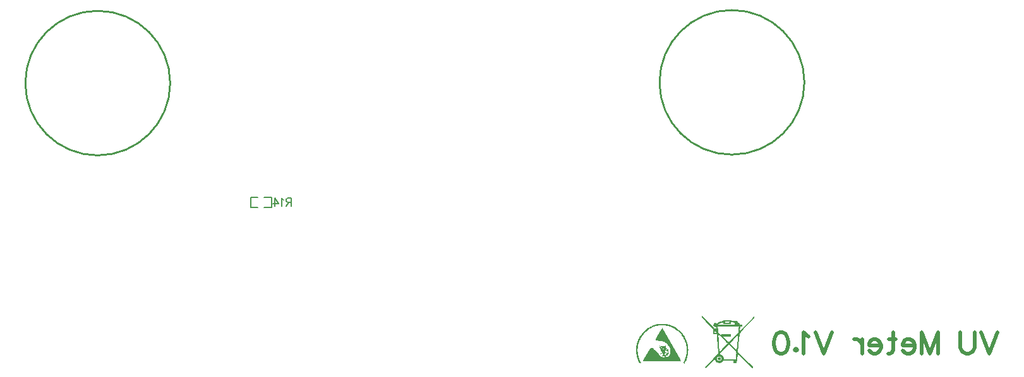
<source format=gbo>
G04 Layer: BottomSilkscreenLayer*
G04 EasyEDA v6.5.23, 2023-06-02 21:13:54*
G04 33ff916c08f040c1a4a9353f5c15a4ee,b642c611f69d48ac97ba22acea37c14c,10*
G04 Gerber Generator version 0.2*
G04 Scale: 100 percent, Rotated: No, Reflected: No *
G04 Dimensions in millimeters *
G04 leading zeros omitted , absolute positions ,4 integer and 5 decimal *
%FSLAX45Y45*%
%MOMM*%

%ADD10C,0.5030*%
%ADD11C,0.1524*%
%ADD12C,0.2500*%

%LPD*%
G36*
X12850012Y8663279D02*
G01*
X12850063Y8646109D01*
X12850469Y8642553D01*
X12851384Y8639352D01*
X12852958Y8636152D01*
X12855498Y8632596D01*
X12859105Y8628430D01*
X12895529Y8591804D01*
X12997738Y8489950D01*
X12997738Y8438743D01*
X13018871Y8438743D01*
X13018922Y8458860D01*
X13019379Y8466582D01*
X13019735Y8467699D01*
X13024510Y8464143D01*
X13032384Y8456066D01*
X13039750Y8447481D01*
X13043001Y8442248D01*
X13042138Y8440775D01*
X13039750Y8439658D01*
X13035940Y8438997D01*
X13030911Y8438743D01*
X12997738Y8438743D01*
X12997738Y8418474D01*
X13045643Y8418474D01*
X13045981Y8415731D01*
X13067944Y8415731D01*
X13068046Y8417407D01*
X13070078Y8415883D01*
X13083235Y8403691D01*
X13104876Y8382863D01*
X13130682Y8357514D01*
X13167969Y8320430D01*
X13185546Y8302447D01*
X13190575Y8297011D01*
X13192353Y8294776D01*
X13191638Y8293506D01*
X13221716Y8293506D01*
X13223189Y8295843D01*
X13227761Y8301329D01*
X13244423Y8319719D01*
X13267994Y8344763D01*
X13323417Y8402015D01*
X13331698Y8410143D01*
X13328345Y8377224D01*
X13316915Y8252002D01*
X13313156Y8215223D01*
X13312597Y8211820D01*
X13312089Y8210296D01*
X13311378Y8209381D01*
X13310209Y8209178D01*
X13308482Y8209838D01*
X13305993Y8211464D01*
X13302640Y8214156D01*
X13292632Y8223300D01*
X13260984Y8253933D01*
X13235381Y8279231D01*
X13223544Y8291372D01*
X13221716Y8293506D01*
X13191638Y8293506D01*
X13187832Y8288934D01*
X13170611Y8270494D01*
X13146074Y8245246D01*
X13113918Y8213039D01*
X13094157Y8194040D01*
X13088315Y8188807D01*
X13086689Y8187588D01*
X13086080Y8187436D01*
X13079069Y8267903D01*
X13072567Y8347405D01*
X13068757Y8399830D01*
X13067944Y8415731D01*
X13045981Y8415731D01*
X13047522Y8402828D01*
X13049859Y8377377D01*
X13059765Y8257133D01*
X13065404Y8194903D01*
X13066928Y8175294D01*
X13067131Y8170316D01*
X13066369Y8168233D01*
X13064083Y8164728D01*
X13060222Y8159699D01*
X13052894Y8151063D01*
X13088162Y8151063D01*
X13089178Y8154517D01*
X13091160Y8158632D01*
X13094106Y8163255D01*
X13097916Y8168233D01*
X13111022Y8182102D01*
X13207441Y8281873D01*
X13286587Y8202726D01*
X13294156Y8194649D01*
X13299897Y8187690D01*
X13302081Y8184489D01*
X13303910Y8181340D01*
X13305383Y8178241D01*
X13306501Y8175091D01*
X13307313Y8171789D01*
X13307872Y8168335D01*
X13308228Y8160664D01*
X13307771Y8151469D01*
X13301014Y8080908D01*
X13143382Y8079384D01*
X13141299Y8094319D01*
X13139826Y8101584D01*
X13137438Y8108645D01*
X13134238Y8115300D01*
X13130276Y8121548D01*
X13125653Y8127238D01*
X13120420Y8132318D01*
X13114680Y8136585D01*
X13108482Y8140039D01*
X13098221Y8144306D01*
X13094258Y8145627D01*
X13089432Y8146694D01*
X13088264Y8148421D01*
X13088162Y8151063D01*
X13052894Y8151063D01*
X13038480Y8135010D01*
X13014960Y8109966D01*
X12995075Y8089138D01*
X13052044Y8089138D01*
X13052399Y8096046D01*
X13053771Y8101126D01*
X13056565Y8105292D01*
X13061340Y8109610D01*
X13066064Y8112861D01*
X13071043Y8115147D01*
X13076224Y8116570D01*
X13081406Y8117179D01*
X13086588Y8116925D01*
X13091515Y8115909D01*
X13096189Y8114131D01*
X13100405Y8111693D01*
X13104164Y8108492D01*
X13107263Y8104682D01*
X13109600Y8100263D01*
X13111124Y8095234D01*
X13111734Y8089900D01*
X13111480Y8084870D01*
X13110413Y8080146D01*
X13108686Y8075777D01*
X13106298Y8071815D01*
X13103352Y8068309D01*
X13099948Y8065312D01*
X13096138Y8062874D01*
X13092023Y8060944D01*
X13087654Y8059724D01*
X13083133Y8059115D01*
X13078510Y8059216D01*
X13073938Y8060080D01*
X13069366Y8061756D01*
X13064998Y8064246D01*
X13060883Y8067649D01*
X13056463Y8072424D01*
X13053771Y8076996D01*
X13052399Y8082280D01*
X13052044Y8089138D01*
X12995075Y8089138D01*
X12885978Y7976209D01*
X12900304Y7963357D01*
X13020090Y8088020D01*
X13023443Y8075320D01*
X13025272Y8069325D01*
X13027304Y8063941D01*
X13029742Y8059115D01*
X13032536Y8054746D01*
X13035788Y8050733D01*
X13039598Y8046974D01*
X13044017Y8043418D01*
X13049046Y8040014D01*
X13053568Y8037372D01*
X13058292Y8035239D01*
X13063067Y8033461D01*
X13067995Y8032191D01*
X13073024Y8031327D01*
X13078053Y8030870D01*
X13083082Y8030870D01*
X13088112Y8031225D01*
X13093141Y8032038D01*
X13098068Y8033308D01*
X13102945Y8034934D01*
X13107669Y8036966D01*
X13112292Y8039404D01*
X13116712Y8042249D01*
X13120928Y8045500D01*
X13124942Y8049158D01*
X13135051Y8059115D01*
X13272007Y8059166D01*
X13273836Y8031632D01*
X13313054Y8031632D01*
X13314426Y8048193D01*
X13315289Y8053120D01*
X13316305Y8057489D01*
X13318134Y8063230D01*
X13320013Y8073796D01*
X13322096Y8089290D01*
X13324027Y8107222D01*
X13325601Y8125002D01*
X13326516Y8139988D01*
X13326872Y8150352D01*
X13327380Y8154162D01*
X13328142Y8156752D01*
X13329107Y8157718D01*
X13332053Y8155686D01*
X13338352Y8150250D01*
X13346988Y8142173D01*
X13424814Y8065058D01*
X13527074Y7963306D01*
X13534440Y7972704D01*
X13536015Y7975193D01*
X13536930Y7977276D01*
X13537082Y7978546D01*
X13530884Y7985201D01*
X13483386Y8033054D01*
X13374776Y8141106D01*
X13330732Y8185200D01*
X13347446Y8362391D01*
X13351103Y8405977D01*
X13352018Y8412124D01*
X13353186Y8417814D01*
X13354761Y8423198D01*
X13356844Y8428431D01*
X13359587Y8433765D01*
X13362990Y8439302D01*
X13367257Y8445195D01*
X13372490Y8451697D01*
X13386206Y8467090D01*
X13405002Y8486800D01*
X13549985Y8636762D01*
X13549985Y8663228D01*
X13521385Y8633256D01*
X13382599Y8489797D01*
X13356386Y8463381D01*
X13363448Y8522766D01*
X13375233Y8522766D01*
X13381888Y8522970D01*
X13385393Y8524138D01*
X13386765Y8527186D01*
X13387019Y8532926D01*
X13386765Y8538667D01*
X13385393Y8541664D01*
X13381837Y8542832D01*
X13368680Y8543340D01*
X13364413Y8544560D01*
X13361314Y8547049D01*
X13356183Y8554974D01*
X13352729Y8559139D01*
X13348614Y8563559D01*
X13344144Y8567877D01*
X13339622Y8571738D01*
X13335507Y8574887D01*
X13332002Y8577021D01*
X13328446Y8578392D01*
X13327532Y8579916D01*
X13326872Y8582253D01*
X13326262Y8589060D01*
X13324332Y8591245D01*
X13319556Y8592108D01*
X13304926Y8592362D01*
X13290600Y8593328D01*
X13274801Y8594902D01*
X13259612Y8596884D01*
X13247319Y8598966D01*
X13242950Y8599932D01*
X13240156Y8600846D01*
X13239140Y8601608D01*
X13238073Y8602065D01*
X13235076Y8602522D01*
X13224052Y8603234D01*
X13207746Y8603691D01*
X13187832Y8603894D01*
X13162940Y8603742D01*
X13147141Y8603132D01*
X13142213Y8602624D01*
X13138912Y8601964D01*
X13137083Y8601151D01*
X13135203Y8598306D01*
X13131495Y8596376D01*
X13125602Y8594445D01*
X13111937Y8591397D01*
X13100100Y8588451D01*
X13088721Y8584946D01*
X13077242Y8580729D01*
X13154660Y8580729D01*
X13155422Y8583930D01*
X13159384Y8585657D01*
X13168884Y8586368D01*
X13186308Y8586520D01*
X13203783Y8586368D01*
X13213283Y8585657D01*
X13217245Y8583930D01*
X13218007Y8580729D01*
X13217245Y8577529D01*
X13213283Y8575802D01*
X13203783Y8575040D01*
X13168884Y8575040D01*
X13159384Y8575802D01*
X13155422Y8577529D01*
X13154660Y8580729D01*
X13077242Y8580729D01*
X13068503Y8576919D01*
X13060070Y8572500D01*
X13050215Y8566556D01*
X13045643Y8564829D01*
X13041528Y8564778D01*
X13031978Y8567775D01*
X13027202Y8568436D01*
X13022478Y8568232D01*
X13017957Y8567318D01*
X13013740Y8565692D01*
X13009829Y8563305D01*
X13006425Y8560257D01*
X13003530Y8556548D01*
X12999212Y8547862D01*
X12998536Y8543036D01*
X13057124Y8543036D01*
X13062915Y8549132D01*
X13066217Y8552230D01*
X13070281Y8555228D01*
X13075056Y8558123D01*
X13080492Y8560866D01*
X13086588Y8563457D01*
X13093293Y8565946D01*
X13100608Y8568232D01*
X13117118Y8572449D01*
X13123824Y8573871D01*
X13128751Y8574582D01*
X13132206Y8574532D01*
X13134492Y8573719D01*
X13135813Y8572093D01*
X13136372Y8569604D01*
X13136524Y8557514D01*
X13239140Y8557514D01*
X13239140Y8569147D01*
X13239343Y8573617D01*
X13239800Y8577224D01*
X13240512Y8579612D01*
X13241426Y8580374D01*
X13263422Y8577072D01*
X13277646Y8574633D01*
X13282371Y8573516D01*
X13285774Y8572246D01*
X13288060Y8570823D01*
X13289483Y8569096D01*
X13290245Y8567013D01*
X13290499Y8564473D01*
X13290448Y8550300D01*
X13326668Y8550300D01*
X13326872Y8555228D01*
X13327786Y8557107D01*
X13329919Y8556040D01*
X13333730Y8552230D01*
X13337387Y8547862D01*
X13338403Y8545017D01*
X13336879Y8543493D01*
X13332713Y8543036D01*
X13329869Y8543442D01*
X13328040Y8544661D01*
X13326973Y8546896D01*
X13326668Y8550300D01*
X13290448Y8550300D01*
X13290448Y8543036D01*
X12998536Y8543036D01*
X12998145Y8540242D01*
X13000431Y8532977D01*
X13006120Y8525408D01*
X13008917Y8522766D01*
X13341756Y8522766D01*
X13341400Y8510778D01*
X13339775Y8491321D01*
X13334187Y8439658D01*
X13207441Y8308594D01*
X13163042Y8351062D01*
X13149834Y8364016D01*
X13139877Y8374176D01*
X13134289Y8380323D01*
X13133527Y8381492D01*
X13134594Y8381898D01*
X13137692Y8382355D01*
X13149021Y8383016D01*
X13165836Y8383524D01*
X13239140Y8383676D01*
X13239140Y8421370D01*
X13112394Y8421370D01*
X13112394Y8402675D01*
X13070128Y8442909D01*
X13070128Y8466886D01*
X13069925Y8478469D01*
X13069265Y8485835D01*
X13067995Y8489746D01*
X13062762Y8492490D01*
X13060273Y8496960D01*
X13058698Y8504021D01*
X13058140Y8513368D01*
X13058089Y8522766D01*
X13008917Y8522766D01*
X13010692Y8521090D01*
X13015061Y8518296D01*
X13019786Y8516823D01*
X13032536Y8515553D01*
X13036956Y8512606D01*
X13039242Y8506764D01*
X13039953Y8497417D01*
X13039598Y8494166D01*
X13038277Y8492185D01*
X13035635Y8491169D01*
X13030708Y8490915D01*
X13029031Y8491270D01*
X13024662Y8493506D01*
X13018058Y8498382D01*
X13008406Y8506764D01*
X12994741Y8519515D01*
X12976199Y8537448D01*
X12920980Y8592159D01*
G37*
G36*
X13080136Y8108238D02*
G01*
X13074345Y8106867D01*
X13069163Y8104022D01*
X13064947Y8099806D01*
X13062102Y8094472D01*
X13061086Y8088172D01*
X13062762Y8080298D01*
X13067284Y8073847D01*
X13073989Y8069478D01*
X13082117Y8067852D01*
X13088518Y8068818D01*
X13093954Y8071408D01*
X13098221Y8075269D01*
X13101218Y8080146D01*
X13102742Y8085581D01*
X13102691Y8091271D01*
X13100913Y8096910D01*
X13097205Y8102092D01*
X13091972Y8106003D01*
X13086181Y8108035D01*
G37*
G36*
X12325959Y8557158D02*
G01*
X12290602Y8556701D01*
X12277090Y8556193D01*
X12266218Y8555431D01*
X12256770Y8554212D01*
X12247575Y8552535D01*
X12237415Y8550198D01*
X12224918Y8546896D01*
X12212574Y8543188D01*
X12200432Y8539073D01*
X12188545Y8534552D01*
X12176810Y8529624D01*
X12165330Y8524290D01*
X12154103Y8518601D01*
X12143079Y8512505D01*
X12132310Y8506002D01*
X12121794Y8499195D01*
X12111532Y8491982D01*
X12101525Y8484412D01*
X12091822Y8476538D01*
X12082424Y8468258D01*
X12073280Y8459673D01*
X12064441Y8450783D01*
X12055906Y8441537D01*
X12047728Y8431936D01*
X12039854Y8422081D01*
X12032284Y8411921D01*
X12025122Y8401405D01*
X12018264Y8390636D01*
X12011761Y8379561D01*
X12005614Y8368233D01*
X11999823Y8356650D01*
X11994540Y8345170D01*
X11989663Y8333740D01*
X11985294Y8322411D01*
X11981383Y8311032D01*
X11977878Y8299653D01*
X11974830Y8288223D01*
X11972188Y8276742D01*
X11970004Y8265159D01*
X11968226Y8253374D01*
X11966854Y8241487D01*
X11965889Y8229396D01*
X11965279Y8217103D01*
X11965127Y8204504D01*
X11965330Y8191804D01*
X11965990Y8179206D01*
X11967108Y8166760D01*
X11968683Y8154314D01*
X11970715Y8141970D01*
X11973204Y8129625D01*
X11976201Y8117281D01*
X11979605Y8104886D01*
X11983567Y8092440D01*
X11987936Y8079943D01*
X11991086Y8071967D01*
X11994896Y8063280D01*
X12003328Y8045856D01*
X12007392Y8038236D01*
X12010948Y8032140D01*
X12013692Y8028025D01*
X12015368Y8026552D01*
X12016689Y8026857D01*
X12021159Y8028990D01*
X12030913Y8034934D01*
X12027916Y8042452D01*
X12014403Y8071866D01*
X12009628Y8083194D01*
X12005411Y8094065D01*
X12001754Y8104784D01*
X11998502Y8115503D01*
X11995708Y8126374D01*
X11993219Y8137702D01*
X11990984Y8149590D01*
X11989104Y8162442D01*
X11987682Y8175447D01*
X11986869Y8188655D01*
X11986514Y8201964D01*
X11986717Y8215325D01*
X11987428Y8228685D01*
X11988698Y8242046D01*
X11990425Y8255355D01*
X11992660Y8268563D01*
X11995404Y8281619D01*
X11998655Y8294471D01*
X12002363Y8307120D01*
X12006580Y8319566D01*
X12011304Y8331657D01*
X12016079Y8342579D01*
X12021261Y8353348D01*
X12026798Y8363915D01*
X12032742Y8374278D01*
X12039041Y8384387D01*
X12045696Y8394344D01*
X12052706Y8403996D01*
X12060021Y8413445D01*
X12067641Y8422640D01*
X12075617Y8431530D01*
X12083846Y8440166D01*
X12092381Y8448497D01*
X12101118Y8456472D01*
X12110161Y8464194D01*
X12119457Y8471560D01*
X12128957Y8478570D01*
X12138710Y8485225D01*
X12148616Y8491524D01*
X12158726Y8497468D01*
X12169038Y8503005D01*
X12179503Y8508136D01*
X12190120Y8512860D01*
X12200890Y8517128D01*
X12211812Y8520988D01*
X12222683Y8524341D01*
X12233960Y8527288D01*
X12245594Y8529878D01*
X12257532Y8532063D01*
X12269622Y8533892D01*
X12281916Y8535314D01*
X12294209Y8536330D01*
X12306554Y8536940D01*
X12318796Y8537143D01*
X12330887Y8536940D01*
X12342774Y8536279D01*
X12354356Y8535212D01*
X12365583Y8533739D01*
X12376353Y8531860D01*
X12388951Y8529066D01*
X12401346Y8525865D01*
X12413538Y8522208D01*
X12425426Y8518194D01*
X12437110Y8513775D01*
X12448590Y8509000D01*
X12459766Y8503767D01*
X12470688Y8498230D01*
X12481306Y8492286D01*
X12491720Y8485936D01*
X12501829Y8479282D01*
X12511633Y8472271D01*
X12521133Y8464905D01*
X12530378Y8457184D01*
X12539268Y8449106D01*
X12547854Y8440724D01*
X12556134Y8432038D01*
X12564110Y8423046D01*
X12571730Y8413699D01*
X12579045Y8404098D01*
X12586004Y8394192D01*
X12592558Y8383981D01*
X12598806Y8373465D01*
X12604699Y8362696D01*
X12610185Y8351672D01*
X12615316Y8340394D01*
X12620091Y8328812D01*
X12624460Y8317026D01*
X12628422Y8304936D01*
X12631978Y8292642D01*
X12635128Y8280146D01*
X12637922Y8267395D01*
X12639497Y8257540D01*
X12640716Y8246059D01*
X12641580Y8233308D01*
X12642088Y8219694D01*
X12642291Y8205724D01*
X12642088Y8191703D01*
X12641580Y8178139D01*
X12640716Y8165338D01*
X12639497Y8153857D01*
X12637922Y8144002D01*
X12635382Y8132470D01*
X12632334Y8120532D01*
X12628829Y8108442D01*
X12624917Y8096402D01*
X12620752Y8084667D01*
X12616332Y8073440D01*
X12611811Y8063026D01*
X12607239Y8053578D01*
X12596774Y8033461D01*
X12608052Y8024977D01*
X12610846Y8023199D01*
X12612878Y8022183D01*
X12613843Y8022081D01*
X12616535Y8026603D01*
X12621412Y8036102D01*
X12633655Y8061858D01*
X12639090Y8074050D01*
X12642850Y8083042D01*
X12646101Y8092389D01*
X12649200Y8102701D01*
X12652197Y8113877D01*
X12654940Y8125612D01*
X12657429Y8137702D01*
X12659614Y8149894D01*
X12661392Y8161985D01*
X12662814Y8173720D01*
X12663779Y8185708D01*
X12664338Y8197697D01*
X12664490Y8209737D01*
X12664186Y8221725D01*
X12663424Y8233714D01*
X12662255Y8245652D01*
X12660680Y8257641D01*
X12658648Y8269579D01*
X12656159Y8281466D01*
X12653314Y8293353D01*
X12650012Y8305139D01*
X12646304Y8316925D01*
X12642138Y8328659D01*
X12637617Y8340293D01*
X12632639Y8351875D01*
X12627254Y8363407D01*
X12621463Y8374837D01*
X12615214Y8386165D01*
X12608610Y8397443D01*
X12601600Y8408568D01*
X12595504Y8417306D01*
X12588646Y8426246D01*
X12581026Y8435340D01*
X12572695Y8444433D01*
X12563856Y8453526D01*
X12554508Y8462518D01*
X12544755Y8471306D01*
X12534747Y8479840D01*
X12524435Y8488019D01*
X12514072Y8495792D01*
X12503607Y8503107D01*
X12493244Y8509812D01*
X12482931Y8515908D01*
X12472924Y8521293D01*
X12463119Y8525916D01*
X12452604Y8530437D01*
X12441478Y8534806D01*
X12429947Y8538972D01*
X12418110Y8542832D01*
X12406172Y8546388D01*
X12394234Y8549640D01*
X12382500Y8552434D01*
X12371070Y8554770D01*
X12360097Y8556599D01*
X12353798Y8556955D01*
G37*
G36*
X12316460Y8503208D02*
G01*
X12314478Y8503005D01*
X12312345Y8500770D01*
X12311684Y8499652D01*
X12310567Y8496554D01*
X12304420Y8485022D01*
X12247067Y8385911D01*
X12225934Y8350046D01*
X12220803Y8342223D01*
X12240260Y8335060D01*
X12244273Y8334044D01*
X12250724Y8332774D01*
X12280036Y8328507D01*
X12295124Y8325561D01*
X12311481Y8321903D01*
X12327636Y8317890D01*
X12342114Y8313978D01*
X12353493Y8310422D01*
X12357557Y8308949D01*
X12360351Y8307679D01*
X12361621Y8306765D01*
X12361214Y8306155D01*
X12359640Y8305393D01*
X12359182Y8304428D01*
X12359944Y8302955D01*
X12361976Y8300770D01*
X12364110Y8298942D01*
X12365939Y8298078D01*
X12367615Y8298180D01*
X12369342Y8299196D01*
X12371324Y8299907D01*
X12373864Y8298688D01*
X12377318Y8295284D01*
X12382195Y8289340D01*
X12392202Y8275980D01*
X12401854Y8262213D01*
X12410490Y8249056D01*
X12417399Y8237626D01*
X12421920Y8228990D01*
X12423140Y8225993D01*
X12423444Y8224113D01*
X12423495Y8222030D01*
X12423952Y8220303D01*
X12424664Y8219186D01*
X12426594Y8218474D01*
X12426797Y8217712D01*
X12426289Y8216493D01*
X12423648Y8212886D01*
X12423140Y8211515D01*
X12423495Y8210550D01*
X12424664Y8209889D01*
X12425629Y8208314D01*
X12426188Y8204708D01*
X12426340Y8199475D01*
X12425680Y8185759D01*
X12424003Y8170519D01*
X12421666Y8157057D01*
X12420396Y8152079D01*
X12419076Y8148777D01*
X12417806Y8147558D01*
X12417044Y8147202D01*
X12416637Y8146237D01*
X12416586Y8144865D01*
X12416942Y8143087D01*
X12416942Y8140395D01*
X12415012Y8136991D01*
X12410948Y8132470D01*
X12404344Y8126475D01*
X12394996Y8118754D01*
X12389205Y8115147D01*
X12385903Y8115249D01*
X12383973Y8118703D01*
X12383668Y8122666D01*
X12384633Y8128101D01*
X12386513Y8134350D01*
X12389002Y8140903D01*
X12391948Y8147050D01*
X12395047Y8152180D01*
X12397943Y8155736D01*
X12403124Y8158225D01*
X12403886Y8161070D01*
X12402820Y8164575D01*
X12400026Y8167725D01*
X12398298Y8170113D01*
X12396825Y8174126D01*
X12395708Y8179308D01*
X12394946Y8185048D01*
X12394590Y8190839D01*
X12394692Y8196072D01*
X12395352Y8200237D01*
X12396571Y8202777D01*
X12398400Y8205470D01*
X12399162Y8208365D01*
X12398908Y8210600D01*
X12397486Y8211362D01*
X12394234Y8211159D01*
X12391796Y8211769D01*
X12390272Y8213140D01*
X12389408Y8216595D01*
X12388443Y8217712D01*
X12387021Y8218474D01*
X12385294Y8218728D01*
X12381992Y8219948D01*
X12378131Y8223148D01*
X12373965Y8227872D01*
X12369952Y8233460D01*
X12366396Y8239506D01*
X12363653Y8245398D01*
X12362078Y8250580D01*
X12362027Y8254492D01*
X12362230Y8256524D01*
X12361875Y8258860D01*
X12361113Y8261146D01*
X12359944Y8263128D01*
X12358116Y8265363D01*
X12357150Y8266023D01*
X12356744Y8265058D01*
X12356642Y8262416D01*
X12356236Y8259825D01*
X12354915Y8258352D01*
X12352121Y8257794D01*
X12347397Y8257895D01*
X12343028Y8258556D01*
X12338050Y8259876D01*
X12332919Y8261756D01*
X12321997Y8266887D01*
X12317577Y8267750D01*
X12316053Y8266531D01*
X12318136Y8263331D01*
X12320371Y8260537D01*
X12320422Y8258149D01*
X12318034Y8255558D01*
X12315532Y8253882D01*
X12332817Y8253882D01*
X12350750Y8251952D01*
X12354204Y8251037D01*
X12356033Y8249615D01*
X12357100Y8244789D01*
X12358573Y8241131D01*
X12360859Y8236864D01*
X12363754Y8232241D01*
X12367056Y8227517D01*
X12370612Y8223046D01*
X12374270Y8218982D01*
X12382042Y8211616D01*
X12384633Y8207298D01*
X12386259Y8200999D01*
X12388443Y8183880D01*
X12390272Y8171942D01*
X12390983Y8168792D01*
X12390983Y8165795D01*
X12389916Y8160918D01*
X12387935Y8154720D01*
X12382347Y8140801D01*
X12380010Y8133791D01*
X12378486Y8127644D01*
X12377623Y8119668D01*
X12376810Y8116366D01*
X12375591Y8113623D01*
X12374067Y8111744D01*
X12371984Y8110270D01*
X12370358Y8109966D01*
X12368834Y8110880D01*
X12366955Y8113115D01*
X12365685Y8115249D01*
X12364618Y8117738D01*
X12363958Y8120278D01*
X12363704Y8122513D01*
X12365431Y8129676D01*
X12369495Y8139226D01*
X12374168Y8147659D01*
X12377724Y8151418D01*
X12383058Y8152028D01*
X12383770Y8152536D01*
X12383566Y8153806D01*
X12382500Y8155584D01*
X12380671Y8157819D01*
X12378588Y8160969D01*
X12376962Y8165185D01*
X12375896Y8170164D01*
X12375388Y8175548D01*
X12375438Y8180984D01*
X12376048Y8186166D01*
X12377267Y8190687D01*
X12379096Y8194344D01*
X12380874Y8197240D01*
X12381128Y8199374D01*
X12379502Y8201507D01*
X12375743Y8204352D01*
X12372797Y8206943D01*
X12369495Y8210550D01*
X12366193Y8214868D01*
X12362992Y8219541D01*
X12360148Y8224215D01*
X12357862Y8228634D01*
X12356338Y8232444D01*
X12355220Y8238896D01*
X12353340Y8241944D01*
X12350648Y8244078D01*
X12345416Y8245297D01*
X12342876Y8246313D01*
X12340183Y8247786D01*
X12335357Y8251393D01*
X12332817Y8253628D01*
X12332817Y8253882D01*
X12315532Y8253882D01*
X12308892Y8249767D01*
X12320981Y8249767D01*
X12321235Y8250631D01*
X12321997Y8251342D01*
X12323114Y8251799D01*
X12324537Y8251952D01*
X12325908Y8251799D01*
X12327026Y8251393D01*
X12327788Y8250783D01*
X12328550Y8249005D01*
X12329820Y8247684D01*
X12331750Y8246211D01*
X12336576Y8243316D01*
X12337897Y8241995D01*
X12338100Y8240826D01*
X12337135Y8239861D01*
X12333325Y8240064D01*
X12327890Y8242706D01*
X12323064Y8246364D01*
X12320981Y8249767D01*
X12308892Y8249767D01*
X12307163Y8248751D01*
X12303912Y8247481D01*
X12302896Y8248294D01*
X12304115Y8253069D01*
X12303607Y8254034D01*
X12301829Y8254085D01*
X12285218Y8250428D01*
X12280188Y8248497D01*
X12277394Y8245500D01*
X12277156Y8242604D01*
X12282982Y8242604D01*
X12283287Y8243468D01*
X12283998Y8244179D01*
X12285116Y8244687D01*
X12286488Y8244840D01*
X12287808Y8244586D01*
X12288621Y8243874D01*
X12288926Y8242757D01*
X12288621Y8241284D01*
X12288223Y8240775D01*
X12293447Y8240775D01*
X12293803Y8241385D01*
X12295022Y8241182D01*
X12299848Y8239048D01*
X12302185Y8238845D01*
X12304572Y8239556D01*
X12311684Y8243773D01*
X12315190Y8244636D01*
X12318136Y8243824D01*
X12320981Y8241284D01*
X12322251Y8239506D01*
X12322403Y8238388D01*
X12321235Y8237880D01*
X12316815Y8237524D01*
X12315494Y8237016D01*
X12314885Y8236305D01*
X12315240Y8233765D01*
X12313259Y8233105D01*
X12308992Y8233308D01*
X12302439Y8234425D01*
X12299492Y8235289D01*
X12296902Y8236458D01*
X12294920Y8237829D01*
X12293854Y8239252D01*
X12293447Y8240775D01*
X12288223Y8240775D01*
X12287148Y8239404D01*
X12285268Y8239099D01*
X12283643Y8240217D01*
X12282982Y8242604D01*
X12277156Y8242604D01*
X12277090Y8241792D01*
X12281509Y8234425D01*
X12283626Y8230260D01*
X12322708Y8230260D01*
X12323013Y8232241D01*
X12323622Y8233714D01*
X12324537Y8234476D01*
X12327737Y8234425D01*
X12330876Y8232190D01*
X12340844Y8232190D01*
X12341199Y8233968D01*
X12342418Y8235188D01*
X12344603Y8236051D01*
X12346686Y8236356D01*
X12348210Y8236102D01*
X12349124Y8235289D01*
X12349429Y8233918D01*
X12351613Y8227669D01*
X12356693Y8217763D01*
X12362637Y8208009D01*
X12367361Y8202066D01*
X12368936Y8199577D01*
X12370003Y8195005D01*
X12370612Y8187791D01*
X12370765Y8177479D01*
X12370612Y8164982D01*
X12369596Y8156854D01*
X12367056Y8150199D01*
X12362230Y8142071D01*
X12357862Y8135366D01*
X12354712Y8131606D01*
X12352375Y8130336D01*
X12350394Y8131149D01*
X12348210Y8134197D01*
X12347244Y8138363D01*
X12347346Y8143189D01*
X12348413Y8148269D01*
X12350343Y8153196D01*
X12352934Y8157514D01*
X12356134Y8160867D01*
X12359792Y8162696D01*
X12362434Y8163509D01*
X12363348Y8164474D01*
X12362637Y8165998D01*
X12360249Y8168741D01*
X12358166Y8171637D01*
X12357049Y8175091D01*
X12356744Y8179663D01*
X12357150Y8185962D01*
X12357811Y8190839D01*
X12358776Y8195005D01*
X12359843Y8197951D01*
X12361011Y8199272D01*
X12363246Y8200694D01*
X12363348Y8202675D01*
X12361316Y8204911D01*
X12357252Y8207349D01*
X12352528Y8210753D01*
X12348006Y8215934D01*
X12344146Y8222488D01*
X12341301Y8229752D01*
X12340844Y8232190D01*
X12330876Y8232190D01*
X12334646Y8227161D01*
X12340894Y8214969D01*
X12343434Y8210600D01*
X12345720Y8207146D01*
X12347600Y8205063D01*
X12349327Y8202117D01*
X12350445Y8197138D01*
X12350953Y8190738D01*
X12350902Y8183473D01*
X12350292Y8175955D01*
X12349175Y8168741D01*
X12347498Y8162442D01*
X12345416Y8157667D01*
X12343434Y8154771D01*
X12341606Y8152688D01*
X12340132Y8151520D01*
X12339116Y8151520D01*
X12337694Y8155482D01*
X12337694Y8161578D01*
X12338913Y8167827D01*
X12341148Y8172145D01*
X12343638Y8175345D01*
X12344400Y8176818D01*
X12344704Y8177987D01*
X12344400Y8179003D01*
X12343638Y8180019D01*
X12342520Y8180933D01*
X12341148Y8181644D01*
X12338659Y8185505D01*
X12337542Y8192465D01*
X12337897Y8199170D01*
X12339929Y8202117D01*
X12342012Y8202726D01*
X12342114Y8204200D01*
X12340437Y8206130D01*
X12337135Y8208111D01*
X12332208Y8211464D01*
X12327788Y8216442D01*
X12324435Y8222234D01*
X12322759Y8227974D01*
X12322708Y8230260D01*
X12283626Y8230260D01*
X12288367Y8220049D01*
X12294260Y8205978D01*
X12298984Y8195919D01*
X12304064Y8186318D01*
X12308840Y8178393D01*
X12315190Y8169656D01*
X12324080Y8156498D01*
X12327636Y8150809D01*
X12331192Y8144459D01*
X12332716Y8140953D01*
X12332360Y8139633D01*
X12330226Y8139836D01*
X12325299Y8139531D01*
X12319762Y8136940D01*
X12314682Y8132724D01*
X12311075Y8127492D01*
X12310008Y8124444D01*
X12309856Y8121548D01*
X12310284Y8119618D01*
X12315545Y8119618D01*
X12315901Y8122615D01*
X12317984Y8126526D01*
X12322200Y8132318D01*
X12326416Y8134197D01*
X12331344Y8132165D01*
X12337796Y8126222D01*
X12343180Y8119668D01*
X12345365Y8114436D01*
X12344298Y8109864D01*
X12340082Y8105495D01*
X12335510Y8103057D01*
X12331090Y8103108D01*
X12326467Y8105800D01*
X12321235Y8111185D01*
X12317222Y8116265D01*
X12315545Y8119618D01*
X12310284Y8119618D01*
X12310567Y8118348D01*
X12314123Y8110575D01*
X12314682Y8108645D01*
X12313818Y8108442D01*
X12311481Y8109559D01*
X12308992Y8111185D01*
X12305792Y8113725D01*
X12297765Y8121040D01*
X12288570Y8130286D01*
X12279172Y8140344D01*
X12270841Y8150047D01*
X12259868Y8164525D01*
X12254128Y8171078D01*
X12248134Y8177174D01*
X12242546Y8181949D01*
X12228220Y8193328D01*
X12216638Y8203336D01*
X12212269Y8207451D01*
X12209018Y8210854D01*
X12207036Y8213344D01*
X12205868Y8217814D01*
X12203226Y8221370D01*
X12199874Y8224062D01*
X12197283Y8224520D01*
X12195454Y8225281D01*
X12192965Y8229041D01*
X12189968Y8235289D01*
X12185802Y8245957D01*
X12185040Y8246465D01*
X12184227Y8244992D01*
X12183110Y8241385D01*
X12182348Y8237880D01*
X12182398Y8234984D01*
X12183262Y8232495D01*
X12187885Y8226094D01*
X12187021Y8224875D01*
X12182754Y8226399D01*
X12170867Y8233409D01*
X12164009Y8237118D01*
X12162485Y8237677D01*
X12159386Y8233409D01*
X12142165Y8204657D01*
X12070334Y8079740D01*
X12059208Y8059216D01*
X12057583Y8055356D01*
X12058345Y8054695D01*
X12060682Y8054086D01*
X12070588Y8053273D01*
X12088063Y8052816D01*
X12426137Y8050682D01*
X12532614Y8050428D01*
X12563805Y8050733D01*
X12568631Y8051038D01*
X12570561Y8052155D01*
X12570917Y8053882D01*
X12569596Y8057032D01*
X12557404Y8077758D01*
X12455601Y8257692D01*
X12323165Y8494623D01*
X12319203Y8500567D01*
G37*
G36*
X12294565Y8270697D02*
G01*
X12293752Y8270443D01*
X12290653Y8268004D01*
X12288621Y8267039D01*
X12286437Y8266379D01*
X12284303Y8266125D01*
X12279884Y8265109D01*
X12275210Y8262772D01*
X12271908Y8260080D01*
X12271400Y8258048D01*
X12272670Y8257844D01*
X12275261Y8258149D01*
X12283084Y8260029D01*
X12287758Y8261705D01*
X12291212Y8263534D01*
X12293447Y8265515D01*
X12294514Y8267649D01*
X12294768Y8269782D01*
G37*
G36*
X12273483Y8254339D02*
G01*
X12272568Y8254085D01*
X12271806Y8253323D01*
X12271298Y8252155D01*
X12271146Y8250783D01*
X12271298Y8249412D01*
X12271806Y8248294D01*
X12272568Y8247481D01*
X12273483Y8247227D01*
X12274397Y8247481D01*
X12275159Y8248294D01*
X12275667Y8249412D01*
X12275870Y8250783D01*
X12275667Y8252155D01*
X12275159Y8253323D01*
X12274397Y8254085D01*
G37*
G36*
X12171324Y8254339D02*
G01*
X12169800Y8253831D01*
X12169140Y8252459D01*
X12169394Y8250681D01*
X12170613Y8248853D01*
X12172442Y8248091D01*
X12174169Y8248700D01*
X12175236Y8250224D01*
X12174931Y8252155D01*
X12174220Y8253018D01*
X12172289Y8254187D01*
G37*
G36*
X12310872Y8168741D02*
G01*
X12309906Y8168131D01*
X12306350Y8163864D01*
X12305030Y8163052D01*
X12303709Y8163559D01*
X12300356Y8166912D01*
X12298680Y8167573D01*
X12296648Y8167268D01*
X12294006Y8166100D01*
X12291974Y8164830D01*
X12290958Y8163814D01*
X12291009Y8162950D01*
X12293244Y8161528D01*
X12293295Y8160258D01*
X12292177Y8158327D01*
X12287961Y8153298D01*
X12286589Y8151164D01*
X12285980Y8149437D01*
X12286183Y8148320D01*
X12287199Y8148116D01*
X12288774Y8148777D01*
X12290755Y8150148D01*
X12295327Y8154568D01*
X12297206Y8155736D01*
X12298578Y8155635D01*
X12299746Y8154416D01*
X12302744Y8153298D01*
X12306604Y8155635D01*
X12310008Y8160003D01*
X12311380Y8165134D01*
X12311278Y8167776D01*
G37*
D10*
X16809966Y8442711D02*
G01*
X16700875Y8156346D01*
X16591785Y8442711D02*
G01*
X16700875Y8156346D01*
X16501785Y8442711D02*
G01*
X16501785Y8238164D01*
X16488148Y8197255D01*
X16460876Y8169983D01*
X16419967Y8156346D01*
X16392695Y8156346D01*
X16351785Y8169983D01*
X16324513Y8197255D01*
X16310876Y8238164D01*
X16310876Y8442711D01*
X16010877Y8442711D02*
G01*
X16010877Y8156346D01*
X16010877Y8442711D02*
G01*
X15901786Y8156346D01*
X15792696Y8442711D02*
G01*
X15901786Y8156346D01*
X15792696Y8442711D02*
G01*
X15792696Y8156346D01*
X15702696Y8265436D02*
G01*
X15539059Y8265436D01*
X15539059Y8292711D01*
X15552696Y8319983D01*
X15566331Y8333620D01*
X15593606Y8347255D01*
X15634515Y8347255D01*
X15661787Y8333620D01*
X15689059Y8306346D01*
X15702696Y8265436D01*
X15702696Y8238164D01*
X15689059Y8197255D01*
X15661787Y8169983D01*
X15634515Y8156346D01*
X15593606Y8156346D01*
X15566331Y8169983D01*
X15539059Y8197255D01*
X15408150Y8442711D02*
G01*
X15408150Y8210892D01*
X15394515Y8169983D01*
X15367241Y8156346D01*
X15339969Y8156346D01*
X15449059Y8347255D02*
G01*
X15353606Y8347255D01*
X15249969Y8265436D02*
G01*
X15086332Y8265436D01*
X15086332Y8292711D01*
X15099969Y8319983D01*
X15113607Y8333620D01*
X15140879Y8347255D01*
X15181788Y8347255D01*
X15209060Y8333620D01*
X15236332Y8306346D01*
X15249969Y8265436D01*
X15249969Y8238164D01*
X15236332Y8197255D01*
X15209060Y8169983D01*
X15181788Y8156346D01*
X15140879Y8156346D01*
X15113607Y8169983D01*
X15086332Y8197255D01*
X14996332Y8347255D02*
G01*
X14996332Y8156346D01*
X14996332Y8265436D02*
G01*
X14982697Y8306346D01*
X14955423Y8333620D01*
X14928151Y8347255D01*
X14887242Y8347255D01*
X14587242Y8442711D02*
G01*
X14478152Y8156346D01*
X14369061Y8442711D02*
G01*
X14478152Y8156346D01*
X14279062Y8388164D02*
G01*
X14251790Y8401801D01*
X14210880Y8442711D01*
X14210880Y8156346D01*
X14107243Y8224530D02*
G01*
X14120881Y8210892D01*
X14107243Y8197255D01*
X14093609Y8210892D01*
X14107243Y8224530D01*
X13921790Y8442711D02*
G01*
X13962700Y8429073D01*
X13989972Y8388164D01*
X14003609Y8319983D01*
X14003609Y8279074D01*
X13989972Y8210892D01*
X13962700Y8169983D01*
X13921790Y8156346D01*
X13894518Y8156346D01*
X13853609Y8169983D01*
X13826335Y8210892D01*
X13812700Y8279074D01*
X13812700Y8319983D01*
X13826335Y8388164D01*
X13853609Y8429073D01*
X13894518Y8442711D01*
X13921790Y8442711D01*
D11*
X7345075Y10243604D02*
G01*
X7345075Y10134638D01*
X7345075Y10243604D02*
G01*
X7298339Y10243604D01*
X7282845Y10238524D01*
X7277511Y10233190D01*
X7272431Y10222776D01*
X7272431Y10212362D01*
X7277511Y10201948D01*
X7282845Y10196868D01*
X7298339Y10191788D01*
X7345075Y10191788D01*
X7308753Y10191788D02*
G01*
X7272431Y10134638D01*
X7238141Y10222776D02*
G01*
X7227727Y10228110D01*
X7211979Y10243604D01*
X7211979Y10134638D01*
X7125873Y10243604D02*
G01*
X7177689Y10170960D01*
X7099965Y10170960D01*
X7125873Y10243604D02*
G01*
X7125873Y10134638D01*
X6982607Y10256039D02*
G01*
X7078494Y10256039D01*
X7078494Y10123919D01*
X6982607Y10123919D01*
X6897364Y10256039D02*
G01*
X6801477Y10256039D01*
X6801477Y10123919D01*
X6897364Y10123919D01*
D12*
G75*
G01
X5720817Y11789969D02*
G03X5720817Y11789969I-970813J0D01*
G75*
G01
X14220800Y11799976D02*
G03X14220800Y11799976I-970813J0D01*
M02*

</source>
